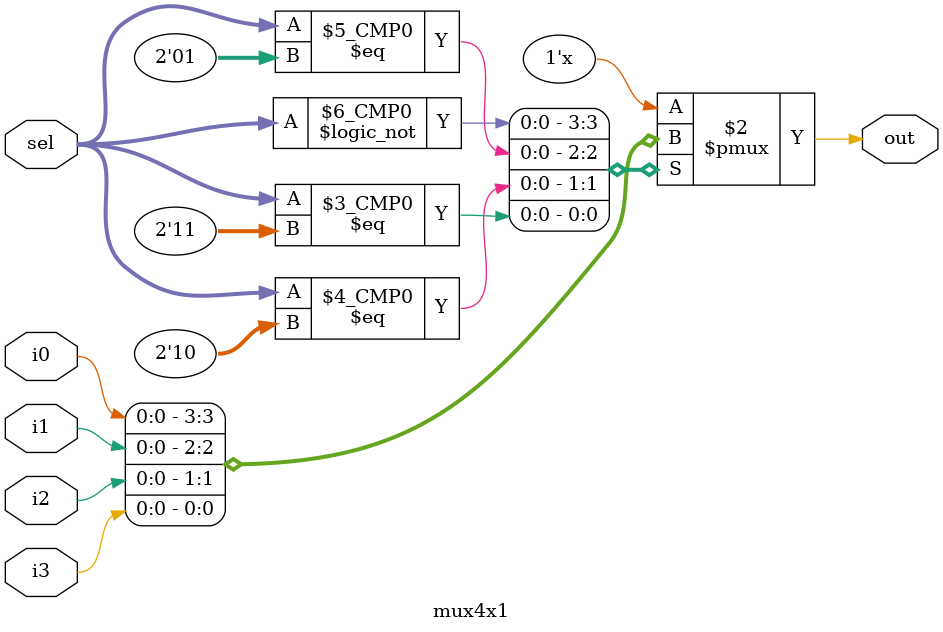
<source format=v>
module mux4x1(input i0,i1,i2,i3,input [1:0]sel, output reg out ); 
  always @(*) begin
    case(sel)
    2'b00 : out = i0;
    2'b01 : out = i1;
    2'b10 : out = i2;
    2'b11 : out = i3;
    endcase
  end
endmodule
</source>
